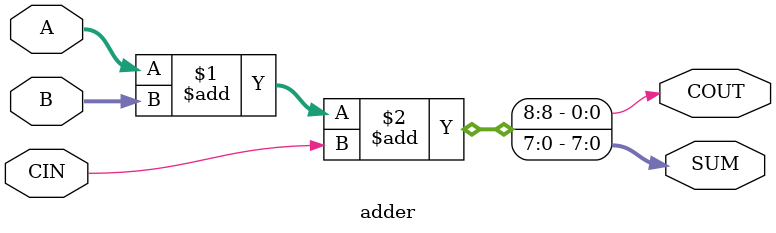
<source format=v>
`timescale 1ns / 1ps
module adder(
    input [7:0] A,
    input [7:0] B,
    input CIN,
    output [7:0] SUM,
    output COUT
    );

assign {COUT, SUM} = A + B + CIN;		// much better design this way

endmodule

</source>
